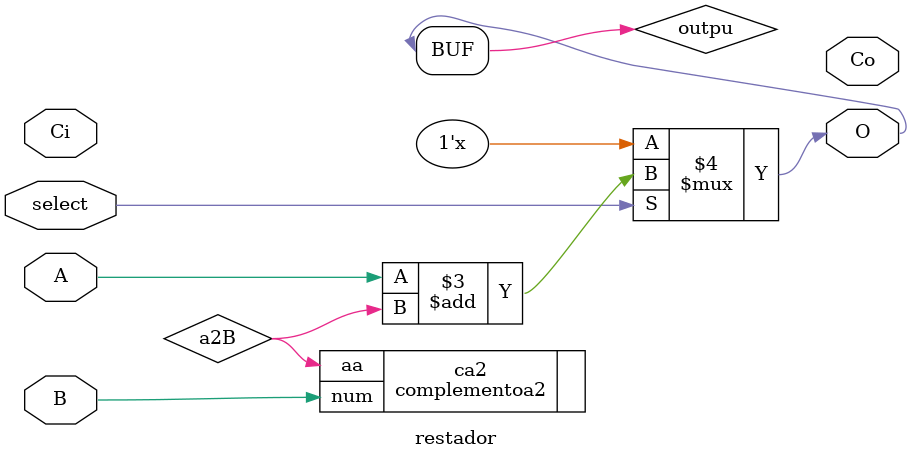
<source format=v>
`timescale 1ns / 1ps


module restador(
input A,B, Ci, select,
output O, Co
    );

reg a2B;
reg outpu; 
complementoa2 ca2(
    .num(B),
    .aa(a2B)
);

always@(*)
 begin
 if (select==1)
//    xor u0(a0,A,a2B);
    
//    and u1(a1,A,a2B);
    
//    and u2(a2,a0,Ci);
    
//    or u3(Co, a1, a2);
    
//    xor u4 (O, a0, Ci);
    
    outpu <= A+a2B;   
     
else;

end    

assign O = outpu;

endmodule

</source>
